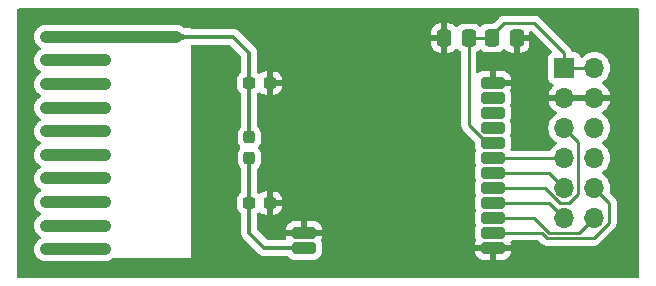
<source format=gbr>
%TF.GenerationSoftware,KiCad,Pcbnew,7.0.1*%
%TF.CreationDate,2023-03-26T17:15:59+02:00*%
%TF.ProjectId,AS4432_868_PMOD,41533434-3332-45f3-9836-385f504d4f44,rev?*%
%TF.SameCoordinates,Original*%
%TF.FileFunction,Copper,L1,Top*%
%TF.FilePolarity,Positive*%
%FSLAX46Y46*%
G04 Gerber Fmt 4.6, Leading zero omitted, Abs format (unit mm)*
G04 Created by KiCad (PCBNEW 7.0.1) date 2023-03-26 17:15:59*
%MOMM*%
%LPD*%
G01*
G04 APERTURE LIST*
G04 Aperture macros list*
%AMRoundRect*
0 Rectangle with rounded corners*
0 $1 Rounding radius*
0 $2 $3 $4 $5 $6 $7 $8 $9 X,Y pos of 4 corners*
0 Add a 4 corners polygon primitive as box body*
4,1,4,$2,$3,$4,$5,$6,$7,$8,$9,$2,$3,0*
0 Add four circle primitives for the rounded corners*
1,1,$1+$1,$2,$3*
1,1,$1+$1,$4,$5*
1,1,$1+$1,$6,$7*
1,1,$1+$1,$8,$9*
0 Add four rect primitives between the rounded corners*
20,1,$1+$1,$2,$3,$4,$5,0*
20,1,$1+$1,$4,$5,$6,$7,0*
20,1,$1+$1,$6,$7,$8,$9,0*
20,1,$1+$1,$8,$9,$2,$3,0*%
%AMOutline4P*
0 Free polygon, 4 corners , with rotation*
0 The origin of the aperture is its center*
0 number of corners: always 4*
0 $1 to $8 corner X, Y*
0 $9 Rotation angle, in degrees counterclockwise*
0 create outline with 4 corners*
4,1,4,$1,$2,$3,$4,$5,$6,$7,$8,$1,$2,$9*%
G04 Aperture macros list end*
%TA.AperFunction,EtchedComponent*%
%ADD10C,1.000000*%
%TD*%
%TA.AperFunction,ComponentPad*%
%ADD11R,1.700000X1.700000*%
%TD*%
%TA.AperFunction,ComponentPad*%
%ADD12O,1.700000X1.700000*%
%TD*%
%TA.AperFunction,SMDPad,CuDef*%
%ADD13RoundRect,0.250000X0.750000X0.250000X-0.750000X0.250000X-0.750000X-0.250000X0.750000X-0.250000X0*%
%TD*%
%TA.AperFunction,SMDPad,CuDef*%
%ADD14RoundRect,0.237500X-0.300000X-0.237500X0.300000X-0.237500X0.300000X0.237500X-0.300000X0.237500X0*%
%TD*%
%TA.AperFunction,SMDPad,CuDef*%
%ADD15RoundRect,0.250000X0.337500X0.475000X-0.337500X0.475000X-0.337500X-0.475000X0.337500X-0.475000X0*%
%TD*%
%TA.AperFunction,SMDPad,CuDef*%
%ADD16RoundRect,0.237500X0.237500X-0.287500X0.237500X0.287500X-0.237500X0.287500X-0.237500X-0.287500X0*%
%TD*%
%TA.AperFunction,ComponentPad*%
%ADD17C,1.000000*%
%TD*%
%TA.AperFunction,SMDPad,CuDef*%
%ADD18Outline4P,-0.350000X-0.400000X0.350000X-0.400000X0.050000X0.400000X-0.050000X0.400000X270.000000*%
%TD*%
%TA.AperFunction,SMDPad,CuDef*%
%ADD19RoundRect,0.250000X-0.337500X-0.475000X0.337500X-0.475000X0.337500X0.475000X-0.337500X0.475000X0*%
%TD*%
%TA.AperFunction,Conductor*%
%ADD20C,0.250000*%
%TD*%
%TA.AperFunction,Conductor*%
%ADD21C,0.350000*%
%TD*%
G04 APERTURE END LIST*
D10*
%TO.C,AE1*%
X105960000Y-58530000D02*
X110960000Y-58530000D01*
X105960000Y-56530000D02*
X110960000Y-56530000D01*
X105960000Y-54530000D02*
X110960000Y-54530000D01*
X105960000Y-52530000D02*
X110960000Y-52530000D01*
X105960000Y-50530000D02*
X110960000Y-50530000D01*
X105960000Y-48530000D02*
X110960000Y-48530000D01*
X105960000Y-46530000D02*
X110960000Y-46530000D01*
X105960000Y-44530000D02*
X110960000Y-44530000D01*
X105960000Y-42530000D02*
X110960000Y-42530000D01*
X116960000Y-40530000D02*
X105960000Y-40530000D01*
%TD*%
D11*
%TO.P,J1,1,Pin_1*%
%TO.N,VCC*%
X149860000Y-43180000D03*
D12*
%TO.P,J1,2,Pin_2*%
X152400000Y-43180000D03*
%TO.P,J1,3,Pin_3*%
%TO.N,GND*%
X149860000Y-45720000D03*
%TO.P,J1,4,Pin_4*%
X152400000Y-45720000D03*
%TO.P,J1,5,Pin_5*%
%TO.N,SCK*%
X149860000Y-48260000D03*
%TO.P,J1,6,Pin_6*%
%TO.N,unconnected-(J1-Pin_6-Pad6)*%
X152400000Y-48260000D03*
%TO.P,J1,7,Pin_7*%
%TO.N,MISO*%
X149860000Y-50800000D03*
%TO.P,J1,8,Pin_8*%
%TO.N,unconnected-(J1-Pin_8-Pad8)*%
X152400000Y-50800000D03*
%TO.P,J1,9,Pin_9*%
%TO.N,MOSI*%
X149860000Y-53340000D03*
%TO.P,J1,10,Pin_10*%
%TO.N,nRESET*%
X152400000Y-53340000D03*
%TO.P,J1,11,Pin_11*%
%TO.N,nCS*%
X149860000Y-55880000D03*
%TO.P,J1,12,Pin_12*%
%TO.N,IRQ*%
X152400000Y-55880000D03*
%TD*%
D13*
%TO.P,U1,1,GND*%
%TO.N,GND*%
X143826500Y-44450000D03*
%TO.P,U1,2,DIO0*%
%TO.N,unconnected-(U1-DIO0-Pad2)*%
X143826500Y-45720000D03*
%TO.P,U1,3,DIO1*%
%TO.N,unconnected-(U1-DIO1-Pad3)*%
X143826500Y-46990000D03*
%TO.P,U1,4,DIO2*%
%TO.N,unconnected-(U1-DIO2-Pad4)*%
X143826500Y-48260000D03*
%TO.P,U1,5,3.3V*%
%TO.N,VCC*%
X143826500Y-49530000D03*
%TO.P,U1,6,MISO*%
%TO.N,MISO*%
X143826500Y-50800000D03*
%TO.P,U1,7,MOSI*%
%TO.N,MOSI*%
X143826500Y-52070000D03*
%TO.P,U1,8,SCK*%
%TO.N,SCK*%
X143826500Y-53340000D03*
%TO.P,U1,9,NSS*%
%TO.N,nCS*%
X143826500Y-54610000D03*
%TO.P,U1,10,IRQ*%
%TO.N,IRQ*%
X143826500Y-55880000D03*
%TO.P,U1,11,SDN*%
%TO.N,nRESET*%
X143826500Y-57150000D03*
%TO.P,U1,12,GND*%
%TO.N,GND*%
X143826500Y-58420000D03*
%TO.P,U1,13,ANT*%
%TO.N,Net-(U1-ANT)*%
X127826500Y-58420000D03*
%TO.P,U1,14,GND*%
%TO.N,GND*%
X127826500Y-57150000D03*
%TD*%
D14*
%TO.P,M1,1*%
%TO.N,Net-(U1-ANT)*%
X123190000Y-54610000D03*
%TO.P,M1,2*%
%TO.N,GND*%
X124915000Y-54610000D03*
%TD*%
D15*
%TO.P,C1,1*%
%TO.N,VCC*%
X141775000Y-40640000D03*
%TO.P,C1,2*%
%TO.N,GND*%
X139700000Y-40640000D03*
%TD*%
D16*
%TO.P,M2,1*%
%TO.N,Net-(U1-ANT)*%
X123190000Y-50800000D03*
%TO.P,M2,2*%
%TO.N,Net-(AE1-A)*%
X123190000Y-49050000D03*
%TD*%
D14*
%TO.P,M3,1*%
%TO.N,Net-(AE1-A)*%
X123190000Y-44450000D03*
%TO.P,M3,2*%
%TO.N,GND*%
X124915000Y-44450000D03*
%TD*%
D17*
%TO.P,AE1,*%
%TO.N,*%
X105960000Y-58530000D03*
X110960000Y-58530000D03*
X105960000Y-56530000D03*
X110960000Y-56530000D03*
X105960000Y-54530000D03*
X110960000Y-54530000D03*
X105960000Y-52530000D03*
X110960000Y-52530000D03*
X105960000Y-50530000D03*
X110960000Y-50530000D03*
X105960000Y-48530000D03*
X110960000Y-48530000D03*
X105960000Y-46530000D03*
X110960000Y-46530000D03*
X105960000Y-44530000D03*
X110960000Y-44530000D03*
X105960000Y-42530000D03*
X110960000Y-42530000D03*
X105960000Y-40530000D03*
D18*
%TO.P,AE1,1,A*%
%TO.N,Net-(AE1-A)*%
X117660000Y-40530000D03*
%TD*%
D19*
%TO.P,C2,1*%
%TO.N,VCC*%
X143742500Y-40640000D03*
%TO.P,C2,2*%
%TO.N,GND*%
X145817500Y-40640000D03*
%TD*%
D20*
%TO.N,nRESET*%
X143826500Y-57150000D02*
X147953604Y-57150000D01*
X152341701Y-57600000D02*
X153230850Y-56710850D01*
X152791701Y-57150000D02*
X153670000Y-56271701D01*
X153670000Y-54610000D02*
X152400000Y-53340000D01*
X153670000Y-56271701D02*
X153670000Y-54610000D01*
X147953604Y-57150000D02*
X148403604Y-57600000D01*
X148403604Y-57600000D02*
X152341701Y-57600000D01*
%TO.N,nCS*%
X148590000Y-54610000D02*
X143826500Y-54610000D01*
X149860000Y-55880000D02*
X148590000Y-54610000D01*
%TO.N,SCK*%
X149468299Y-54610000D02*
X150251701Y-54610000D01*
X150251701Y-54610000D02*
X151035000Y-53826701D01*
X151035000Y-53826701D02*
X151035000Y-49435000D01*
X143826500Y-53340000D02*
X148198299Y-53340000D01*
X151035000Y-49435000D02*
X149860000Y-48260000D01*
X148198299Y-53340000D02*
X149468299Y-54610000D01*
%TO.N,MOSI*%
X143826500Y-52070000D02*
X148590000Y-52070000D01*
X148590000Y-52070000D02*
X149860000Y-53340000D01*
%TO.N,MISO*%
X143826500Y-50800000D02*
X149860000Y-50800000D01*
%TO.N,VCC*%
X143283327Y-49530000D02*
X141775000Y-48021673D01*
X143742500Y-40407500D02*
X144780000Y-39370000D01*
X141775000Y-40640000D02*
X143742500Y-40640000D01*
X141775000Y-48021673D02*
X141775000Y-40640000D01*
X147320000Y-39370000D02*
X149860000Y-41910000D01*
X149860000Y-43180000D02*
X152400000Y-43180000D01*
X144780000Y-39370000D02*
X147320000Y-39370000D01*
X143742500Y-40640000D02*
X143742500Y-40407500D01*
X143826500Y-49530000D02*
X143283327Y-49530000D01*
X149860000Y-41910000D02*
X149860000Y-43180000D01*
D21*
%TO.N,Net-(AE1-A)*%
X123190000Y-49050000D02*
X123190000Y-44450000D01*
X117000000Y-40530000D02*
X121810000Y-40530000D01*
X123190000Y-41910000D02*
X123190000Y-44450000D01*
X121810000Y-40530000D02*
X123190000Y-41910000D01*
%TO.N,Net-(U1-ANT)*%
X127826500Y-58420000D02*
X124460000Y-58420000D01*
X123190000Y-54610000D02*
X123190000Y-50800000D01*
X124460000Y-58420000D02*
X123190000Y-57150000D01*
X123190000Y-57150000D02*
X123190000Y-54610000D01*
D20*
%TO.N,IRQ*%
X147320000Y-55880000D02*
X143826500Y-55880000D01*
X152400000Y-55880000D02*
X151130000Y-57150000D01*
X148590000Y-57150000D02*
X147320000Y-55880000D01*
X151130000Y-57150000D02*
X148590000Y-57150000D01*
%TD*%
%TA.AperFunction,Conductor*%
%TO.N,GND*%
G36*
X156121500Y-38142381D02*
G01*
X156167619Y-38188500D01*
X156184500Y-38251500D01*
X156184500Y-60808500D01*
X156167619Y-60871500D01*
X156121500Y-60917619D01*
X156058500Y-60934500D01*
X103656500Y-60934500D01*
X103593500Y-60917619D01*
X103547381Y-60871500D01*
X103530500Y-60808500D01*
X103530500Y-58529999D01*
X104954658Y-58529999D01*
X104956085Y-58544487D01*
X104956529Y-58563208D01*
X104955630Y-58580934D01*
X104966443Y-58651519D01*
X104967289Y-58658247D01*
X104973975Y-58726133D01*
X104979240Y-58743489D01*
X104983211Y-58760975D01*
X104986444Y-58782071D01*
X105010006Y-58845693D01*
X105012423Y-58852875D01*
X105031186Y-58914728D01*
X105041423Y-58933880D01*
X105048455Y-58949509D01*
X105057114Y-58972887D01*
X105057115Y-58972889D01*
X105057116Y-58972891D01*
X105091110Y-59027432D01*
X105095301Y-59034681D01*
X105124088Y-59088536D01*
X105140136Y-59108090D01*
X105149666Y-59121374D01*
X105164748Y-59145571D01*
X105206571Y-59189568D01*
X105212647Y-59196445D01*
X105242022Y-59232238D01*
X105249117Y-59240883D01*
X105270702Y-59258598D01*
X105271441Y-59259204D01*
X105282831Y-59269794D01*
X105304938Y-59293051D01*
X105304941Y-59293053D01*
X105351843Y-59325698D01*
X105359774Y-59331698D01*
X105384074Y-59351640D01*
X105401464Y-59365912D01*
X105430092Y-59381214D01*
X105442677Y-59388920D01*
X105471948Y-59409294D01*
X105521169Y-59430416D01*
X105530872Y-59435081D01*
X105575273Y-59458814D01*
X105609763Y-59469275D01*
X105622870Y-59474059D01*
X105658942Y-59489540D01*
X105707904Y-59499601D01*
X105719103Y-59502444D01*
X105763868Y-59516024D01*
X105803312Y-59519908D01*
X105816300Y-59521877D01*
X105858259Y-59530500D01*
X105904660Y-59530500D01*
X105917011Y-59531107D01*
X105960000Y-59535341D01*
X106002989Y-59531107D01*
X106015340Y-59530500D01*
X110904660Y-59530500D01*
X110917011Y-59531107D01*
X110960000Y-59535341D01*
X111002989Y-59531107D01*
X111006445Y-59530937D01*
X111010742Y-59530500D01*
X111059663Y-59525525D01*
X111156132Y-59516024D01*
X111156132Y-59516023D01*
X111160904Y-59515554D01*
X111162431Y-59515074D01*
X111162438Y-59515074D01*
X111254626Y-59486148D01*
X111255384Y-59485914D01*
X111344727Y-59458814D01*
X111344730Y-59458811D01*
X111350846Y-59456957D01*
X111353712Y-59455754D01*
X111356582Y-59454160D01*
X111356588Y-59454159D01*
X111437847Y-59409056D01*
X111439447Y-59408184D01*
X111518538Y-59365910D01*
X111518540Y-59365908D01*
X111521113Y-59364533D01*
X111534362Y-59355527D01*
X111534494Y-59355412D01*
X111534502Y-59355409D01*
X111602313Y-59297193D01*
X111604297Y-59295527D01*
X111649296Y-59258598D01*
X111686782Y-59237365D01*
X111729228Y-59230000D01*
X118260000Y-59230000D01*
X118260000Y-41331500D01*
X118276881Y-41268500D01*
X118323000Y-41222381D01*
X118386000Y-41205500D01*
X121478009Y-41205500D01*
X121526227Y-41215091D01*
X121567104Y-41242405D01*
X122477595Y-42152896D01*
X122504909Y-42193773D01*
X122514500Y-42241991D01*
X122514500Y-43506693D01*
X122498524Y-43568099D01*
X122454648Y-43613932D01*
X122438750Y-43623739D01*
X122429150Y-43629660D01*
X122307160Y-43751649D01*
X122216590Y-43898486D01*
X122162326Y-44062243D01*
X122159221Y-44092641D01*
X122152051Y-44162829D01*
X122152000Y-44163327D01*
X122152000Y-44736672D01*
X122162326Y-44837756D01*
X122216590Y-45001513D01*
X122259728Y-45071451D01*
X122307160Y-45148350D01*
X122429150Y-45270340D01*
X122454648Y-45286067D01*
X122498524Y-45331901D01*
X122514500Y-45393307D01*
X122514500Y-48104619D01*
X122504909Y-48152837D01*
X122477595Y-48193714D01*
X122369662Y-48301646D01*
X122279090Y-48448486D01*
X122224826Y-48612243D01*
X122214500Y-48713327D01*
X122214500Y-49386672D01*
X122224826Y-49487756D01*
X122279090Y-49651513D01*
X122369662Y-49798353D01*
X122407214Y-49835905D01*
X122439826Y-49892389D01*
X122439826Y-49957611D01*
X122407214Y-50014095D01*
X122369662Y-50051646D01*
X122279090Y-50198486D01*
X122224826Y-50362243D01*
X122221255Y-50397203D01*
X122215291Y-50455588D01*
X122214500Y-50463327D01*
X122214500Y-51136672D01*
X122224826Y-51237756D01*
X122279090Y-51401513D01*
X122369662Y-51548353D01*
X122477595Y-51656286D01*
X122504909Y-51697163D01*
X122514500Y-51745381D01*
X122514500Y-53666693D01*
X122498524Y-53728099D01*
X122454648Y-53773932D01*
X122438750Y-53783739D01*
X122429150Y-53789660D01*
X122307160Y-53911649D01*
X122216590Y-54058486D01*
X122162326Y-54222243D01*
X122158799Y-54256767D01*
X122152051Y-54322829D01*
X122152000Y-54323327D01*
X122152000Y-54896672D01*
X122162326Y-54997756D01*
X122216590Y-55161513D01*
X122268423Y-55245548D01*
X122307160Y-55308350D01*
X122429150Y-55430340D01*
X122454648Y-55446067D01*
X122498524Y-55491901D01*
X122514500Y-55553307D01*
X122514500Y-57125794D01*
X122514270Y-57133402D01*
X122510780Y-57191085D01*
X122521197Y-57247928D01*
X122522342Y-57255450D01*
X122529311Y-57312844D01*
X122532571Y-57321439D01*
X122538692Y-57343397D01*
X122540349Y-57352438D01*
X122564072Y-57405151D01*
X122566983Y-57412178D01*
X122587481Y-57466225D01*
X122592700Y-57473786D01*
X122603898Y-57493640D01*
X122607673Y-57502028D01*
X122625859Y-57525239D01*
X122643330Y-57547539D01*
X122647830Y-57553655D01*
X122680665Y-57601226D01*
X122680667Y-57601228D01*
X122680668Y-57601229D01*
X122723946Y-57639570D01*
X122729470Y-57644771D01*
X123965228Y-58880530D01*
X123970445Y-58886071D01*
X124008771Y-58929332D01*
X124056329Y-58962159D01*
X124062459Y-58966669D01*
X124107972Y-59002326D01*
X124116353Y-59006098D01*
X124136214Y-59017300D01*
X124143774Y-59022518D01*
X124197838Y-59043022D01*
X124204852Y-59045928D01*
X124257561Y-59069650D01*
X124266595Y-59071306D01*
X124288563Y-59077429D01*
X124297155Y-59080688D01*
X124354587Y-59087661D01*
X124362030Y-59088794D01*
X124418915Y-59099219D01*
X124418915Y-59099218D01*
X124418916Y-59099219D01*
X124476598Y-59095730D01*
X124484206Y-59095500D01*
X126388441Y-59095500D01*
X126436659Y-59105091D01*
X126477536Y-59132404D01*
X126483787Y-59138655D01*
X126483788Y-59138656D01*
X126607844Y-59262712D01*
X126719699Y-59331704D01*
X126757168Y-59354815D01*
X126923698Y-59409998D01*
X126923700Y-59409998D01*
X126923703Y-59409999D01*
X127026491Y-59420500D01*
X128626508Y-59420499D01*
X128729297Y-59409999D01*
X128895834Y-59354814D01*
X129045156Y-59262712D01*
X129169212Y-59138656D01*
X129261314Y-58989334D01*
X129266764Y-58972887D01*
X129316498Y-58822801D01*
X129316498Y-58822799D01*
X129316499Y-58822797D01*
X129327000Y-58720009D01*
X129327000Y-58674000D01*
X142318500Y-58674000D01*
X142318500Y-58720503D01*
X142329106Y-58824328D01*
X142384840Y-58992522D01*
X142477867Y-59143342D01*
X142603157Y-59268632D01*
X142753977Y-59361659D01*
X142922171Y-59417393D01*
X143025997Y-59428000D01*
X143572500Y-59428000D01*
X143572500Y-58674000D01*
X144080500Y-58674000D01*
X144080500Y-59428000D01*
X144627003Y-59428000D01*
X144730828Y-59417393D01*
X144899022Y-59361659D01*
X145049842Y-59268632D01*
X145175132Y-59143342D01*
X145268159Y-58992522D01*
X145323893Y-58824328D01*
X145334500Y-58720503D01*
X145334500Y-58674000D01*
X144080500Y-58674000D01*
X143572500Y-58674000D01*
X142318500Y-58674000D01*
X129327000Y-58674000D01*
X129326999Y-58119992D01*
X129316499Y-58017203D01*
X129315991Y-58015671D01*
X129256682Y-57836687D01*
X129259613Y-57835715D01*
X129247257Y-57792141D01*
X129266017Y-57725994D01*
X129268159Y-57722520D01*
X129323893Y-57554328D01*
X129334500Y-57450503D01*
X129334500Y-57404000D01*
X126318500Y-57404000D01*
X126318500Y-57450503D01*
X126329106Y-57554325D01*
X126337239Y-57578868D01*
X126342167Y-57637668D01*
X126319785Y-57692264D01*
X126275000Y-57730684D01*
X126217634Y-57744500D01*
X124791993Y-57744500D01*
X124743775Y-57734909D01*
X124702898Y-57707596D01*
X123902405Y-56907104D01*
X123894985Y-56896000D01*
X126318500Y-56896000D01*
X127572500Y-56896000D01*
X127572500Y-56142000D01*
X128080500Y-56142000D01*
X128080500Y-56896000D01*
X129334500Y-56896000D01*
X129334500Y-56849497D01*
X129323893Y-56745671D01*
X129268159Y-56577477D01*
X129175132Y-56426657D01*
X129049842Y-56301367D01*
X128899022Y-56208340D01*
X128730828Y-56152606D01*
X128627003Y-56142000D01*
X128080500Y-56142000D01*
X127572500Y-56142000D01*
X127025997Y-56142000D01*
X126922171Y-56152606D01*
X126753977Y-56208340D01*
X126603157Y-56301367D01*
X126477867Y-56426657D01*
X126384840Y-56577477D01*
X126329106Y-56745671D01*
X126318500Y-56849497D01*
X126318500Y-56896000D01*
X123894985Y-56896000D01*
X123875091Y-56866226D01*
X123865500Y-56818008D01*
X123865500Y-55553307D01*
X123881476Y-55491901D01*
X123925351Y-55446067D01*
X123950850Y-55430340D01*
X123958102Y-55423087D01*
X124014583Y-55390477D01*
X124079806Y-55390476D01*
X124136291Y-55423088D01*
X124149463Y-55436260D01*
X124297795Y-55527753D01*
X124463216Y-55582568D01*
X124565329Y-55593000D01*
X124661000Y-55593000D01*
X124661000Y-54864000D01*
X125169000Y-54864000D01*
X125169000Y-55593000D01*
X125264671Y-55593000D01*
X125366783Y-55582568D01*
X125532204Y-55527753D01*
X125680536Y-55436260D01*
X125803760Y-55313036D01*
X125895253Y-55164704D01*
X125950068Y-54999283D01*
X125960500Y-54897171D01*
X125960500Y-54864000D01*
X125169000Y-54864000D01*
X124661000Y-54864000D01*
X124661000Y-53627000D01*
X125169000Y-53627000D01*
X125169000Y-54356000D01*
X125960500Y-54356000D01*
X125960500Y-54322829D01*
X125950068Y-54220716D01*
X125895253Y-54055295D01*
X125803760Y-53906963D01*
X125680536Y-53783739D01*
X125532204Y-53692246D01*
X125366783Y-53637431D01*
X125264671Y-53627000D01*
X125169000Y-53627000D01*
X124661000Y-53627000D01*
X124565329Y-53627000D01*
X124463216Y-53637431D01*
X124297795Y-53692246D01*
X124149465Y-53783738D01*
X124136290Y-53796913D01*
X124079805Y-53829523D01*
X124014584Y-53829522D01*
X123958101Y-53796911D01*
X123950852Y-53789662D01*
X123950850Y-53789660D01*
X123925351Y-53773932D01*
X123881476Y-53728099D01*
X123865500Y-53666693D01*
X123865500Y-51745381D01*
X123875091Y-51697163D01*
X123902405Y-51656286D01*
X124010337Y-51548353D01*
X124010336Y-51548353D01*
X124010340Y-51548350D01*
X124100908Y-51401516D01*
X124155174Y-51237753D01*
X124165500Y-51136677D01*
X124165499Y-50463324D01*
X124155174Y-50362247D01*
X124152615Y-50354523D01*
X124100909Y-50198486D01*
X124100908Y-50198484D01*
X124010340Y-50051650D01*
X124010338Y-50051648D01*
X124010337Y-50051646D01*
X123972786Y-50014095D01*
X123940174Y-49957611D01*
X123940174Y-49892389D01*
X123972786Y-49835905D01*
X124010337Y-49798353D01*
X124010336Y-49798353D01*
X124010340Y-49798350D01*
X124100908Y-49651516D01*
X124155174Y-49487753D01*
X124165500Y-49386677D01*
X124165499Y-48713324D01*
X124155174Y-48612247D01*
X124137864Y-48560009D01*
X124100909Y-48448486D01*
X124088987Y-48429157D01*
X124010340Y-48301650D01*
X124010338Y-48301648D01*
X124010337Y-48301646D01*
X123902405Y-48193714D01*
X123875091Y-48152837D01*
X123865500Y-48104619D01*
X123865500Y-45393307D01*
X123881476Y-45331901D01*
X123925351Y-45286067D01*
X123950850Y-45270340D01*
X123958102Y-45263087D01*
X124014583Y-45230477D01*
X124079806Y-45230476D01*
X124136291Y-45263088D01*
X124149463Y-45276260D01*
X124297795Y-45367753D01*
X124463216Y-45422568D01*
X124565329Y-45433000D01*
X124661000Y-45433000D01*
X124661000Y-44704000D01*
X125169000Y-44704000D01*
X125169000Y-45433000D01*
X125264671Y-45433000D01*
X125366783Y-45422568D01*
X125532204Y-45367753D01*
X125680536Y-45276260D01*
X125803760Y-45153036D01*
X125895253Y-45004704D01*
X125950068Y-44839283D01*
X125960500Y-44737171D01*
X125960500Y-44704000D01*
X125169000Y-44704000D01*
X124661000Y-44704000D01*
X124661000Y-43467000D01*
X125169000Y-43467000D01*
X125169000Y-44196000D01*
X125960500Y-44196000D01*
X125960500Y-44162829D01*
X125950068Y-44060716D01*
X125895253Y-43895295D01*
X125803760Y-43746963D01*
X125680536Y-43623739D01*
X125532204Y-43532246D01*
X125366783Y-43477431D01*
X125264671Y-43467000D01*
X125169000Y-43467000D01*
X124661000Y-43467000D01*
X124565329Y-43467000D01*
X124463216Y-43477431D01*
X124297795Y-43532246D01*
X124149465Y-43623738D01*
X124136290Y-43636913D01*
X124079805Y-43669523D01*
X124014584Y-43669522D01*
X123958101Y-43636911D01*
X123950852Y-43629662D01*
X123950852Y-43629661D01*
X123950850Y-43629660D01*
X123925351Y-43613932D01*
X123881476Y-43568099D01*
X123865500Y-43506693D01*
X123865500Y-41934206D01*
X123865730Y-41926598D01*
X123869219Y-41868916D01*
X123868024Y-41862393D01*
X123858794Y-41812030D01*
X123857661Y-41804587D01*
X123850688Y-41747155D01*
X123847429Y-41738563D01*
X123841306Y-41716595D01*
X123839650Y-41707561D01*
X123815928Y-41654852D01*
X123813022Y-41647838D01*
X123792518Y-41593774D01*
X123787293Y-41586204D01*
X123776099Y-41566356D01*
X123772326Y-41557972D01*
X123772325Y-41557971D01*
X123772324Y-41557968D01*
X123736678Y-41512471D01*
X123732165Y-41506338D01*
X123699332Y-41458771D01*
X123656062Y-41420437D01*
X123650520Y-41415219D01*
X123129301Y-40894000D01*
X138604500Y-40894000D01*
X138604500Y-41165503D01*
X138615106Y-41269328D01*
X138670840Y-41437522D01*
X138763867Y-41588342D01*
X138889157Y-41713632D01*
X139039977Y-41806659D01*
X139208171Y-41862393D01*
X139311997Y-41873000D01*
X139446000Y-41873000D01*
X139954000Y-41873000D01*
X140088003Y-41873000D01*
X140191828Y-41862393D01*
X140360022Y-41806659D01*
X140510842Y-41713632D01*
X140646549Y-41577926D01*
X140647274Y-41578651D01*
X140680498Y-41546845D01*
X140741907Y-41530868D01*
X140803315Y-41546846D01*
X140832668Y-41574947D01*
X140834374Y-41573242D01*
X140844788Y-41583655D01*
X140844788Y-41583656D01*
X140968844Y-41707712D01*
X141089648Y-41782224D01*
X141133524Y-41828058D01*
X141149500Y-41889464D01*
X141149500Y-47938708D01*
X141147230Y-47959265D01*
X141149438Y-48029514D01*
X141149500Y-48033472D01*
X141149500Y-48061021D01*
X141149991Y-48064910D01*
X141150921Y-48076733D01*
X141152290Y-48120299D01*
X141157835Y-48139384D01*
X141161843Y-48158741D01*
X141164334Y-48178463D01*
X141180377Y-48218982D01*
X141184221Y-48230209D01*
X141196382Y-48272064D01*
X141206499Y-48289172D01*
X141215194Y-48306919D01*
X141222514Y-48325405D01*
X141248129Y-48360662D01*
X141254645Y-48370581D01*
X141276831Y-48408095D01*
X141290879Y-48422143D01*
X141303719Y-48437176D01*
X141315403Y-48453258D01*
X141348981Y-48481035D01*
X141357763Y-48489026D01*
X142289096Y-49420360D01*
X142316409Y-49461237D01*
X142326000Y-49509455D01*
X142326000Y-49830004D01*
X142336501Y-49932800D01*
X142396318Y-50113313D01*
X142395561Y-50113563D01*
X142410148Y-50164996D01*
X142395562Y-50216437D01*
X142396318Y-50216688D01*
X142391686Y-50230665D01*
X142391686Y-50230666D01*
X142336501Y-50397203D01*
X142330537Y-50455588D01*
X142326000Y-50499995D01*
X142326000Y-51100004D01*
X142336501Y-51202800D01*
X142396318Y-51383313D01*
X142395561Y-51383563D01*
X142410148Y-51434996D01*
X142395562Y-51486437D01*
X142396318Y-51486688D01*
X142391686Y-51500665D01*
X142391686Y-51500666D01*
X142336501Y-51667203D01*
X142326556Y-51764555D01*
X142326000Y-51769995D01*
X142326000Y-52370004D01*
X142336501Y-52472800D01*
X142396318Y-52653313D01*
X142395561Y-52653563D01*
X142410148Y-52704994D01*
X142395562Y-52756436D01*
X142396318Y-52756687D01*
X142336501Y-52937198D01*
X142336066Y-52941458D01*
X142326543Y-53034681D01*
X142326000Y-53039995D01*
X142326000Y-53640004D01*
X142336501Y-53742800D01*
X142396318Y-53923313D01*
X142395562Y-53923563D01*
X142410148Y-53975000D01*
X142395562Y-54026436D01*
X142396318Y-54026687D01*
X142336501Y-54207198D01*
X142335120Y-54220716D01*
X142326381Y-54306268D01*
X142326000Y-54309995D01*
X142326000Y-54910004D01*
X142336501Y-55012800D01*
X142396318Y-55193313D01*
X142395561Y-55193563D01*
X142410148Y-55244996D01*
X142395562Y-55296437D01*
X142396318Y-55296688D01*
X142391686Y-55310665D01*
X142391686Y-55310666D01*
X142336501Y-55477203D01*
X142329583Y-55544926D01*
X142326000Y-55579995D01*
X142326000Y-56180004D01*
X142336501Y-56282800D01*
X142396318Y-56463313D01*
X142395561Y-56463563D01*
X142410148Y-56514996D01*
X142395562Y-56566437D01*
X142396318Y-56566688D01*
X142391686Y-56580665D01*
X142391686Y-56580666D01*
X142336501Y-56747203D01*
X142326051Y-56849497D01*
X142326000Y-56849995D01*
X142326000Y-57450004D01*
X142336501Y-57552800D01*
X142396318Y-57733313D01*
X142393387Y-57734284D01*
X142405742Y-57777856D01*
X142386988Y-57843994D01*
X142384843Y-57847472D01*
X142329106Y-58015671D01*
X142318500Y-58119497D01*
X142318500Y-58166000D01*
X145334500Y-58166000D01*
X145334500Y-58119497D01*
X145323893Y-58015672D01*
X145299193Y-57941133D01*
X145294263Y-57882333D01*
X145316646Y-57827736D01*
X145361431Y-57789317D01*
X145418797Y-57775500D01*
X147642324Y-57775500D01*
X147690542Y-57785091D01*
X147731419Y-57812405D01*
X147902640Y-57983626D01*
X147915575Y-57999772D01*
X147966810Y-58047884D01*
X147969621Y-58050608D01*
X147989132Y-58070119D01*
X147989133Y-58070120D01*
X147992232Y-58072524D01*
X148001254Y-58080230D01*
X148033022Y-58110062D01*
X148050437Y-58119636D01*
X148066964Y-58130492D01*
X148082668Y-58142673D01*
X148122661Y-58159979D01*
X148133312Y-58165196D01*
X148171512Y-58186197D01*
X148190776Y-58191143D01*
X148209457Y-58197539D01*
X148227708Y-58205437D01*
X148270759Y-58212255D01*
X148282351Y-58214655D01*
X148324585Y-58225500D01*
X148344460Y-58225500D01*
X148364170Y-58227050D01*
X148383800Y-58230160D01*
X148427183Y-58226058D01*
X148439041Y-58225500D01*
X152258737Y-58225500D01*
X152279294Y-58227769D01*
X152282366Y-58227672D01*
X152282369Y-58227673D01*
X152349543Y-58225561D01*
X152353501Y-58225500D01*
X152381047Y-58225500D01*
X152381051Y-58225500D01*
X152384942Y-58225008D01*
X152396769Y-58224077D01*
X152440329Y-58222709D01*
X152459423Y-58217161D01*
X152478771Y-58213154D01*
X152498493Y-58210664D01*
X152539022Y-58194616D01*
X152550238Y-58190776D01*
X152592091Y-58178618D01*
X152609202Y-58168497D01*
X152626947Y-58159803D01*
X152645433Y-58152486D01*
X152680700Y-58126862D01*
X152690601Y-58120358D01*
X152728122Y-58098170D01*
X152742181Y-58084110D01*
X152757210Y-58071274D01*
X152773288Y-58059594D01*
X152801077Y-58026001D01*
X152809035Y-58017255D01*
X153640761Y-57185530D01*
X154053636Y-56772654D01*
X154069768Y-56759732D01*
X154071874Y-56757488D01*
X154071877Y-56757487D01*
X154117903Y-56708473D01*
X154120593Y-56705697D01*
X154140120Y-56686172D01*
X154142532Y-56683061D01*
X154150219Y-56674061D01*
X154180062Y-56642283D01*
X154189638Y-56624861D01*
X154200496Y-56608334D01*
X154212673Y-56592637D01*
X154229979Y-56552641D01*
X154235195Y-56541993D01*
X154256197Y-56503793D01*
X154261139Y-56484542D01*
X154267545Y-56465834D01*
X154275437Y-56447597D01*
X154278753Y-56426657D01*
X154282255Y-56404544D01*
X154284653Y-56392961D01*
X154295500Y-56350720D01*
X154295500Y-56330845D01*
X154297051Y-56311134D01*
X154300160Y-56291505D01*
X154296058Y-56248121D01*
X154295500Y-56236264D01*
X154295500Y-54692961D01*
X154297768Y-54672408D01*
X154297671Y-54669334D01*
X154297672Y-54669332D01*
X154295562Y-54602176D01*
X154295500Y-54598219D01*
X154295500Y-54570651D01*
X154295010Y-54566774D01*
X154294077Y-54554930D01*
X154292709Y-54511373D01*
X154287162Y-54492283D01*
X154283154Y-54472928D01*
X154280664Y-54453208D01*
X154264614Y-54412671D01*
X154260780Y-54401473D01*
X154248618Y-54359610D01*
X154246790Y-54356520D01*
X154238501Y-54342504D01*
X154229800Y-54324743D01*
X154222486Y-54306268D01*
X154196871Y-54271012D01*
X154190353Y-54261089D01*
X154168171Y-54223580D01*
X154165307Y-54220716D01*
X154154111Y-54209520D01*
X154141275Y-54194491D01*
X154129594Y-54178413D01*
X154096014Y-54150633D01*
X154087235Y-54142644D01*
X153741054Y-53796463D01*
X153708442Y-53739979D01*
X153708442Y-53674760D01*
X153735063Y-53575408D01*
X153755659Y-53340000D01*
X153735063Y-53104592D01*
X153673903Y-52876337D01*
X153574035Y-52662171D01*
X153438495Y-52468599D01*
X153438494Y-52468598D01*
X153438492Y-52468595D01*
X153271404Y-52301507D01*
X153088181Y-52173213D01*
X153048689Y-52128180D01*
X153034452Y-52070000D01*
X153048689Y-52011820D01*
X153088181Y-51966787D01*
X153174528Y-51906326D01*
X153271401Y-51838495D01*
X153438495Y-51671401D01*
X153574035Y-51477830D01*
X153673903Y-51263663D01*
X153735063Y-51035408D01*
X153755659Y-50800000D01*
X153735063Y-50564592D01*
X153673903Y-50336337D01*
X153574035Y-50122171D01*
X153438495Y-49928599D01*
X153438494Y-49928598D01*
X153438492Y-49928595D01*
X153271404Y-49761507D01*
X153190119Y-49704591D01*
X153088180Y-49633212D01*
X153048689Y-49588180D01*
X153034452Y-49530000D01*
X153048689Y-49471820D01*
X153088181Y-49426787D01*
X153271401Y-49298495D01*
X153438495Y-49131401D01*
X153574035Y-48937830D01*
X153673903Y-48723663D01*
X153735063Y-48495408D01*
X153755659Y-48260000D01*
X153735063Y-48024592D01*
X153673903Y-47796337D01*
X153574035Y-47582171D01*
X153438495Y-47388599D01*
X153438494Y-47388598D01*
X153438492Y-47388595D01*
X153271404Y-47221507D01*
X153092882Y-47096504D01*
X153051765Y-47048239D01*
X153039361Y-46986060D01*
X153058809Y-46925712D01*
X153105185Y-46882477D01*
X153145298Y-46860769D01*
X153322903Y-46722533D01*
X153475321Y-46556962D01*
X153598419Y-46368548D01*
X153688822Y-46162451D01*
X153736544Y-45974000D01*
X148523455Y-45974000D01*
X148571177Y-46162451D01*
X148661580Y-46368548D01*
X148784678Y-46556962D01*
X148937096Y-46722533D01*
X149114701Y-46860769D01*
X149154815Y-46882477D01*
X149201191Y-46925712D01*
X149220639Y-46986060D01*
X149208235Y-47048239D01*
X149167118Y-47096504D01*
X148988595Y-47221507D01*
X148821507Y-47388595D01*
X148685965Y-47582170D01*
X148586096Y-47796337D01*
X148524937Y-48024590D01*
X148511370Y-48179660D01*
X148504341Y-48260000D01*
X148506893Y-48289172D01*
X148524937Y-48495409D01*
X148586096Y-48723663D01*
X148685965Y-48937830D01*
X148821507Y-49131404D01*
X148988595Y-49298492D01*
X148988598Y-49298494D01*
X148988599Y-49298495D01*
X149171819Y-49426787D01*
X149211311Y-49471820D01*
X149225548Y-49530000D01*
X149211311Y-49588180D01*
X149171819Y-49633213D01*
X148988595Y-49761507D01*
X148821507Y-49928595D01*
X148686945Y-50120771D01*
X148641912Y-50160263D01*
X148583732Y-50174500D01*
X145410896Y-50174500D01*
X145353530Y-50160683D01*
X145308745Y-50122264D01*
X145286362Y-50067667D01*
X145291292Y-50008867D01*
X145316498Y-49932800D01*
X145316497Y-49932800D01*
X145316499Y-49932797D01*
X145327000Y-49830009D01*
X145326999Y-49229992D01*
X145316499Y-49127203D01*
X145314567Y-49121374D01*
X145256682Y-48946687D01*
X145257438Y-48946436D01*
X145242851Y-48894998D01*
X145257439Y-48843564D01*
X145256682Y-48843314D01*
X145316498Y-48662801D01*
X145316498Y-48662799D01*
X145316499Y-48662797D01*
X145327000Y-48560009D01*
X145326999Y-47959992D01*
X145316499Y-47857203D01*
X145293556Y-47787967D01*
X145256682Y-47676687D01*
X145257438Y-47676436D01*
X145242851Y-47624994D01*
X145257438Y-47573563D01*
X145256682Y-47573313D01*
X145316498Y-47392801D01*
X145316498Y-47392799D01*
X145316499Y-47392797D01*
X145327000Y-47290009D01*
X145326999Y-46689992D01*
X145316499Y-46587203D01*
X145314422Y-46580936D01*
X145256682Y-46406687D01*
X145257438Y-46406436D01*
X145242851Y-46355000D01*
X145257438Y-46303563D01*
X145256682Y-46303313D01*
X145316498Y-46122801D01*
X145316498Y-46122799D01*
X145316499Y-46122797D01*
X145327000Y-46020009D01*
X145326999Y-45419992D01*
X145316499Y-45317203D01*
X145308496Y-45293053D01*
X145256682Y-45136687D01*
X145259613Y-45135715D01*
X145247257Y-45092141D01*
X145266017Y-45025994D01*
X145268159Y-45022520D01*
X145323893Y-44854328D01*
X145334500Y-44750503D01*
X145334500Y-44704000D01*
X143698500Y-44704000D01*
X143635500Y-44687119D01*
X143589381Y-44641000D01*
X143572500Y-44578000D01*
X143572500Y-43442000D01*
X144080500Y-43442000D01*
X144080500Y-44196000D01*
X145334500Y-44196000D01*
X145334500Y-44149497D01*
X145323893Y-44045671D01*
X145268159Y-43877477D01*
X145175132Y-43726657D01*
X145049842Y-43601367D01*
X144899022Y-43508340D01*
X144730828Y-43452606D01*
X144627003Y-43442000D01*
X144080500Y-43442000D01*
X143572500Y-43442000D01*
X143025997Y-43442000D01*
X142922171Y-43452606D01*
X142753975Y-43508341D01*
X142592646Y-43607850D01*
X142529248Y-43626579D01*
X142465093Y-43610633D01*
X142417842Y-43564401D01*
X142400500Y-43500609D01*
X142400500Y-41889464D01*
X142416476Y-41828058D01*
X142460351Y-41782224D01*
X142581156Y-41707712D01*
X142669655Y-41619213D01*
X142726139Y-41586601D01*
X142791361Y-41586601D01*
X142847845Y-41619213D01*
X142936344Y-41707712D01*
X143072445Y-41791659D01*
X143085668Y-41799815D01*
X143252198Y-41854998D01*
X143252200Y-41854998D01*
X143252203Y-41854999D01*
X143354991Y-41865500D01*
X144130008Y-41865499D01*
X144232797Y-41854999D01*
X144399334Y-41799814D01*
X144548656Y-41707712D01*
X144672712Y-41583656D01*
X144672712Y-41583655D01*
X144683126Y-41573242D01*
X144684832Y-41574948D01*
X144714171Y-41546853D01*
X144775579Y-41530868D01*
X144836991Y-41546840D01*
X144870225Y-41578651D01*
X144870951Y-41577926D01*
X145006657Y-41713632D01*
X145157477Y-41806659D01*
X145325671Y-41862393D01*
X145429497Y-41873000D01*
X145563500Y-41873000D01*
X145563500Y-40894000D01*
X146071500Y-40894000D01*
X146071500Y-41873000D01*
X146205503Y-41873000D01*
X146309328Y-41862393D01*
X146477522Y-41806659D01*
X146628342Y-41713632D01*
X146753632Y-41588342D01*
X146846659Y-41437522D01*
X146902393Y-41269328D01*
X146913000Y-41165503D01*
X146913000Y-40894000D01*
X146071500Y-40894000D01*
X145563500Y-40894000D01*
X145563500Y-40512000D01*
X145580381Y-40449000D01*
X145626500Y-40402881D01*
X145689500Y-40386000D01*
X146913000Y-40386000D01*
X146913000Y-40151780D01*
X146926733Y-40094577D01*
X146964939Y-40049844D01*
X147019289Y-40027331D01*
X147077936Y-40031947D01*
X147128095Y-40062685D01*
X148770042Y-41704633D01*
X148804067Y-41766944D01*
X148799003Y-41837760D01*
X148756457Y-41894595D01*
X148652454Y-41972452D01*
X148566204Y-42087668D01*
X148515909Y-42222517D01*
X148509500Y-42282127D01*
X148509500Y-44077874D01*
X148515908Y-44137481D01*
X148566204Y-44272331D01*
X148652453Y-44387546D01*
X148738702Y-44452112D01*
X148767669Y-44473796D01*
X148885164Y-44517618D01*
X148935497Y-44552181D01*
X148963671Y-44606351D01*
X148963070Y-44667407D01*
X148933833Y-44721011D01*
X148784676Y-44883040D01*
X148661580Y-45071451D01*
X148571177Y-45277548D01*
X148523455Y-45465999D01*
X148523456Y-45466000D01*
X153736544Y-45466000D01*
X153736544Y-45465999D01*
X153688822Y-45277548D01*
X153598419Y-45071451D01*
X153475321Y-44883037D01*
X153322903Y-44717466D01*
X153145302Y-44579233D01*
X153105183Y-44557522D01*
X153058808Y-44514285D01*
X153039361Y-44453938D01*
X153051766Y-44391759D01*
X153092881Y-44343496D01*
X153271401Y-44218495D01*
X153438495Y-44051401D01*
X153574035Y-43857830D01*
X153673903Y-43643663D01*
X153735063Y-43415408D01*
X153755659Y-43180000D01*
X153735063Y-42944592D01*
X153673903Y-42716337D01*
X153574035Y-42502171D01*
X153438495Y-42308599D01*
X153438494Y-42308598D01*
X153438492Y-42308595D01*
X153271404Y-42141507D01*
X153077830Y-42005965D01*
X152863663Y-41906096D01*
X152635409Y-41844937D01*
X152458966Y-41829500D01*
X152400000Y-41824341D01*
X152399999Y-41824341D01*
X152164590Y-41844937D01*
X151936337Y-41906096D01*
X151722170Y-42005965D01*
X151528598Y-42141505D01*
X151408873Y-42261230D01*
X151355276Y-42293030D01*
X151292994Y-42295254D01*
X151237265Y-42267358D01*
X151201722Y-42216166D01*
X151193370Y-42193773D01*
X151153796Y-42087669D01*
X151132112Y-42058703D01*
X151067546Y-41972453D01*
X150952331Y-41886204D01*
X150905979Y-41868916D01*
X150817483Y-41835909D01*
X150757873Y-41829500D01*
X150757872Y-41829500D01*
X150586500Y-41829500D01*
X150537674Y-41819655D01*
X150496477Y-41791659D01*
X150469349Y-41749886D01*
X150456168Y-41716595D01*
X150454617Y-41712678D01*
X150450773Y-41701451D01*
X150449030Y-41695451D01*
X150438617Y-41659610D01*
X150428498Y-41642499D01*
X150419804Y-41624753D01*
X150412486Y-41606268D01*
X150412485Y-41606265D01*
X150386873Y-41571014D01*
X150380356Y-41561092D01*
X150358172Y-41523582D01*
X150358171Y-41523581D01*
X150358170Y-41523579D01*
X150344111Y-41509520D01*
X150331275Y-41494491D01*
X150319593Y-41478412D01*
X150286014Y-41450633D01*
X150277235Y-41442644D01*
X147820960Y-38986369D01*
X147808029Y-38970229D01*
X147756775Y-38922097D01*
X147753934Y-38919343D01*
X147734471Y-38899880D01*
X147731371Y-38897475D01*
X147722353Y-38889773D01*
X147718217Y-38885889D01*
X147690582Y-38859938D01*
X147687788Y-38858402D01*
X147673157Y-38850358D01*
X147656633Y-38839503D01*
X147640934Y-38827325D01*
X147600931Y-38810014D01*
X147590285Y-38804799D01*
X147552092Y-38783803D01*
X147552089Y-38783802D01*
X147532846Y-38778861D01*
X147514144Y-38772458D01*
X147495896Y-38764561D01*
X147452855Y-38757744D01*
X147441236Y-38755338D01*
X147399021Y-38744500D01*
X147399019Y-38744500D01*
X147379144Y-38744500D01*
X147359435Y-38742949D01*
X147339804Y-38739840D01*
X147339803Y-38739840D01*
X147296421Y-38743941D01*
X147284563Y-38744500D01*
X144862965Y-38744500D01*
X144842406Y-38742230D01*
X144772145Y-38744438D01*
X144768188Y-38744500D01*
X144740647Y-38744500D01*
X144736756Y-38744991D01*
X144724942Y-38745920D01*
X144681372Y-38747289D01*
X144662277Y-38752837D01*
X144642922Y-38756845D01*
X144623210Y-38759335D01*
X144613083Y-38763344D01*
X144582676Y-38775382D01*
X144571461Y-38779222D01*
X144529609Y-38791381D01*
X144512495Y-38801502D01*
X144494753Y-38810194D01*
X144476267Y-38817514D01*
X144441014Y-38843126D01*
X144431099Y-38849639D01*
X144393580Y-38871829D01*
X144379519Y-38885889D01*
X144364494Y-38898721D01*
X144348412Y-38910405D01*
X144320630Y-38943988D01*
X144312642Y-38952766D01*
X143887813Y-39377595D01*
X143846936Y-39404909D01*
X143798718Y-39414500D01*
X143354995Y-39414500D01*
X143252199Y-39425001D01*
X143085668Y-39480184D01*
X142997599Y-39534506D01*
X142936344Y-39572288D01*
X142936343Y-39572289D01*
X142847845Y-39660787D01*
X142791361Y-39693398D01*
X142726139Y-39693398D01*
X142669655Y-39660787D01*
X142659573Y-39650705D01*
X142581156Y-39572288D01*
X142431834Y-39480186D01*
X142431831Y-39480184D01*
X142265301Y-39425001D01*
X142219613Y-39420333D01*
X142162509Y-39414500D01*
X142162504Y-39414500D01*
X141387495Y-39414500D01*
X141284699Y-39425001D01*
X141118168Y-39480184D01*
X141014745Y-39543976D01*
X140971810Y-39570459D01*
X140968841Y-39572290D01*
X140834374Y-39706758D01*
X140832668Y-39705052D01*
X140803309Y-39733157D01*
X140741904Y-39749131D01*
X140680500Y-39733155D01*
X140647274Y-39701348D01*
X140646549Y-39702074D01*
X140510842Y-39566367D01*
X140360022Y-39473340D01*
X140191828Y-39417606D01*
X140088003Y-39407000D01*
X139954000Y-39407000D01*
X139954000Y-41873000D01*
X139446000Y-41873000D01*
X139446000Y-40894000D01*
X138604500Y-40894000D01*
X123129301Y-40894000D01*
X122621301Y-40386000D01*
X138604500Y-40386000D01*
X139446000Y-40386000D01*
X139446000Y-39407000D01*
X139311997Y-39407000D01*
X139208171Y-39417606D01*
X139039977Y-39473340D01*
X138889157Y-39566367D01*
X138763867Y-39691657D01*
X138670840Y-39842477D01*
X138615106Y-40010671D01*
X138604500Y-40114497D01*
X138604500Y-40386000D01*
X122621301Y-40386000D01*
X122304771Y-40069470D01*
X122299570Y-40063946D01*
X122261229Y-40020668D01*
X122261228Y-40020667D01*
X122261226Y-40020665D01*
X122213655Y-39987830D01*
X122207539Y-39983330D01*
X122186277Y-39966672D01*
X122162028Y-39947673D01*
X122153640Y-39943898D01*
X122133786Y-39932700D01*
X122126225Y-39927481D01*
X122072178Y-39906983D01*
X122065151Y-39904072D01*
X122012438Y-39880349D01*
X122003397Y-39878692D01*
X121981439Y-39872571D01*
X121972844Y-39869311D01*
X121915450Y-39862342D01*
X121907928Y-39861197D01*
X121851085Y-39850780D01*
X121793402Y-39854270D01*
X121785794Y-39854500D01*
X118336691Y-39854500D01*
X118288473Y-39844909D01*
X118266161Y-39830000D01*
X118260000Y-39830000D01*
X117774938Y-39830000D01*
X117730696Y-39821977D01*
X117659415Y-39795246D01*
X117626251Y-39773293D01*
X117625575Y-39774266D01*
X117448051Y-39650705D01*
X117261056Y-39570459D01*
X117061741Y-39529500D01*
X106015340Y-39529500D01*
X106002989Y-39528893D01*
X105959999Y-39524658D01*
X105917011Y-39528893D01*
X105913557Y-39529062D01*
X105860393Y-39534467D01*
X105860003Y-39534506D01*
X105759087Y-39544447D01*
X105665512Y-39573805D01*
X105664372Y-39574157D01*
X105569198Y-39603029D01*
X105566247Y-39604267D01*
X105482212Y-39650909D01*
X105480463Y-39651861D01*
X105398913Y-39695451D01*
X105385619Y-39704486D01*
X105317735Y-39762762D01*
X105315599Y-39764555D01*
X105249115Y-39819118D01*
X105248990Y-39819271D01*
X105233681Y-39834922D01*
X105231107Y-39837131D01*
X105178637Y-39904914D01*
X105176401Y-39907718D01*
X105124090Y-39971460D01*
X105122305Y-39974800D01*
X105110828Y-39992517D01*
X105106553Y-39998039D01*
X105070379Y-40071784D01*
X105068379Y-40075687D01*
X105031185Y-40145274D01*
X105029045Y-40152328D01*
X105021600Y-40171228D01*
X105016940Y-40180729D01*
X104997251Y-40256767D01*
X104995849Y-40261755D01*
X104973976Y-40333864D01*
X104972901Y-40344781D01*
X104969488Y-40363998D01*
X104965936Y-40377716D01*
X104962138Y-40452604D01*
X104961693Y-40458568D01*
X104954658Y-40529999D01*
X104956085Y-40544487D01*
X104956529Y-40563208D01*
X104955630Y-40580934D01*
X104966443Y-40651519D01*
X104967289Y-40658247D01*
X104973975Y-40726133D01*
X104979240Y-40743489D01*
X104983211Y-40760975D01*
X104986444Y-40782071D01*
X105010006Y-40845693D01*
X105012423Y-40852875D01*
X105031186Y-40914728D01*
X105041423Y-40933880D01*
X105048455Y-40949509D01*
X105057114Y-40972887D01*
X105057115Y-40972889D01*
X105057116Y-40972891D01*
X105091110Y-41027432D01*
X105095301Y-41034681D01*
X105124088Y-41088536D01*
X105140136Y-41108090D01*
X105149663Y-41121370D01*
X105164748Y-41145571D01*
X105183225Y-41165009D01*
X105206571Y-41189568D01*
X105212647Y-41196445D01*
X105249116Y-41240882D01*
X105271441Y-41259204D01*
X105282831Y-41269794D01*
X105304938Y-41293051D01*
X105304941Y-41293053D01*
X105351843Y-41325698D01*
X105359774Y-41331698D01*
X105384074Y-41351640D01*
X105401464Y-41365912D01*
X105430092Y-41381214D01*
X105442677Y-41388920D01*
X105471949Y-41409294D01*
X105471950Y-41409294D01*
X105471951Y-41409295D01*
X105487184Y-41415832D01*
X105540911Y-41459641D01*
X105563333Y-41525239D01*
X105547663Y-41592768D01*
X105498644Y-41641788D01*
X105482215Y-41650907D01*
X105480463Y-41651861D01*
X105398913Y-41695451D01*
X105385619Y-41704486D01*
X105317735Y-41762762D01*
X105315599Y-41764555D01*
X105249115Y-41819118D01*
X105248990Y-41819271D01*
X105233681Y-41834922D01*
X105231107Y-41837131D01*
X105178637Y-41904914D01*
X105176401Y-41907718D01*
X105124090Y-41971460D01*
X105122305Y-41974800D01*
X105110828Y-41992517D01*
X105106553Y-41998039D01*
X105070379Y-42071784D01*
X105068379Y-42075687D01*
X105031185Y-42145274D01*
X105029045Y-42152328D01*
X105021600Y-42171228D01*
X105016940Y-42180729D01*
X104997251Y-42256767D01*
X104995849Y-42261755D01*
X104973976Y-42333864D01*
X104972901Y-42344781D01*
X104969488Y-42363998D01*
X104965936Y-42377716D01*
X104962138Y-42452604D01*
X104961693Y-42458568D01*
X104954658Y-42529999D01*
X104956085Y-42544487D01*
X104956529Y-42563208D01*
X104955630Y-42580934D01*
X104966443Y-42651519D01*
X104967289Y-42658247D01*
X104973975Y-42726133D01*
X104979240Y-42743489D01*
X104983211Y-42760975D01*
X104986444Y-42782071D01*
X105010006Y-42845693D01*
X105012423Y-42852875D01*
X105031186Y-42914728D01*
X105041423Y-42933880D01*
X105048455Y-42949509D01*
X105057114Y-42972887D01*
X105057115Y-42972889D01*
X105057116Y-42972891D01*
X105091110Y-43027432D01*
X105095301Y-43034681D01*
X105124088Y-43088536D01*
X105140136Y-43108090D01*
X105149666Y-43121374D01*
X105164748Y-43145571D01*
X105206571Y-43189568D01*
X105212647Y-43196445D01*
X105249116Y-43240882D01*
X105271441Y-43259204D01*
X105282831Y-43269794D01*
X105304938Y-43293051D01*
X105304941Y-43293053D01*
X105351843Y-43325698D01*
X105359774Y-43331698D01*
X105384074Y-43351640D01*
X105401464Y-43365912D01*
X105430092Y-43381214D01*
X105442677Y-43388920D01*
X105471949Y-43409294D01*
X105487184Y-43415832D01*
X105540911Y-43459641D01*
X105563333Y-43525239D01*
X105547663Y-43592768D01*
X105498644Y-43641788D01*
X105482215Y-43650907D01*
X105480463Y-43651861D01*
X105398913Y-43695451D01*
X105385619Y-43704486D01*
X105317735Y-43762762D01*
X105315599Y-43764555D01*
X105249115Y-43819118D01*
X105248990Y-43819271D01*
X105233681Y-43834922D01*
X105231107Y-43837131D01*
X105178637Y-43904914D01*
X105176401Y-43907718D01*
X105124090Y-43971460D01*
X105122305Y-43974800D01*
X105110828Y-43992517D01*
X105106553Y-43998039D01*
X105070379Y-44071784D01*
X105068379Y-44075687D01*
X105031185Y-44145274D01*
X105029045Y-44152328D01*
X105021600Y-44171228D01*
X105016940Y-44180729D01*
X104997251Y-44256767D01*
X104995849Y-44261755D01*
X104973976Y-44333864D01*
X104972901Y-44344781D01*
X104969488Y-44363998D01*
X104965936Y-44377716D01*
X104962138Y-44452604D01*
X104961693Y-44458568D01*
X104954658Y-44529999D01*
X104956085Y-44544487D01*
X104956529Y-44563208D01*
X104955630Y-44580934D01*
X104966443Y-44651519D01*
X104967289Y-44658247D01*
X104973975Y-44726133D01*
X104979240Y-44743489D01*
X104983211Y-44760975D01*
X104986444Y-44782071D01*
X105010006Y-44845693D01*
X105012423Y-44852875D01*
X105031186Y-44914728D01*
X105041423Y-44933880D01*
X105048455Y-44949509D01*
X105057114Y-44972887D01*
X105057115Y-44972889D01*
X105057116Y-44972891D01*
X105091110Y-45027432D01*
X105095301Y-45034681D01*
X105124088Y-45088536D01*
X105140136Y-45108090D01*
X105149663Y-45121370D01*
X105164748Y-45145571D01*
X105206571Y-45189568D01*
X105212647Y-45196445D01*
X105249116Y-45240882D01*
X105271441Y-45259204D01*
X105282831Y-45269794D01*
X105304938Y-45293051D01*
X105304941Y-45293053D01*
X105351843Y-45325698D01*
X105359774Y-45331698D01*
X105384074Y-45351640D01*
X105401464Y-45365912D01*
X105430092Y-45381214D01*
X105442677Y-45388920D01*
X105471949Y-45409294D01*
X105487184Y-45415832D01*
X105540911Y-45459641D01*
X105563333Y-45525239D01*
X105547663Y-45592768D01*
X105498644Y-45641788D01*
X105482215Y-45650907D01*
X105480463Y-45651861D01*
X105398913Y-45695451D01*
X105385619Y-45704486D01*
X105317735Y-45762762D01*
X105315599Y-45764555D01*
X105249115Y-45819118D01*
X105248990Y-45819271D01*
X105233681Y-45834922D01*
X105231107Y-45837131D01*
X105178637Y-45904914D01*
X105176401Y-45907718D01*
X105124090Y-45971460D01*
X105122305Y-45974800D01*
X105110828Y-45992517D01*
X105106553Y-45998039D01*
X105070379Y-46071784D01*
X105068379Y-46075687D01*
X105031185Y-46145274D01*
X105029045Y-46152328D01*
X105021600Y-46171228D01*
X105016940Y-46180729D01*
X104997251Y-46256767D01*
X104995849Y-46261755D01*
X104973976Y-46333864D01*
X104972901Y-46344781D01*
X104969488Y-46363998D01*
X104965936Y-46377716D01*
X104962138Y-46452604D01*
X104961693Y-46458568D01*
X104954658Y-46529999D01*
X104956085Y-46544487D01*
X104956529Y-46563208D01*
X104955630Y-46580934D01*
X104966443Y-46651519D01*
X104967289Y-46658247D01*
X104973975Y-46726133D01*
X104979240Y-46743489D01*
X104983211Y-46760975D01*
X104986444Y-46782071D01*
X105010006Y-46845693D01*
X105012423Y-46852875D01*
X105031186Y-46914728D01*
X105041423Y-46933880D01*
X105048455Y-46949509D01*
X105057114Y-46972887D01*
X105057115Y-46972889D01*
X105057116Y-46972891D01*
X105091110Y-47027432D01*
X105095301Y-47034681D01*
X105124088Y-47088536D01*
X105140136Y-47108090D01*
X105149666Y-47121374D01*
X105164748Y-47145571D01*
X105206571Y-47189568D01*
X105212647Y-47196445D01*
X105249116Y-47240882D01*
X105271441Y-47259204D01*
X105282831Y-47269794D01*
X105304938Y-47293051D01*
X105304941Y-47293053D01*
X105351843Y-47325698D01*
X105359774Y-47331698D01*
X105384074Y-47351640D01*
X105401464Y-47365912D01*
X105430092Y-47381214D01*
X105442677Y-47388920D01*
X105471949Y-47409294D01*
X105487184Y-47415832D01*
X105540911Y-47459641D01*
X105563333Y-47525239D01*
X105547663Y-47592768D01*
X105498644Y-47641788D01*
X105482215Y-47650907D01*
X105480463Y-47651861D01*
X105398913Y-47695451D01*
X105385619Y-47704486D01*
X105317735Y-47762762D01*
X105315599Y-47764555D01*
X105249115Y-47819118D01*
X105248990Y-47819271D01*
X105233681Y-47834922D01*
X105231107Y-47837131D01*
X105178637Y-47904914D01*
X105176401Y-47907718D01*
X105124090Y-47971460D01*
X105122305Y-47974800D01*
X105110828Y-47992517D01*
X105106553Y-47998039D01*
X105070379Y-48071784D01*
X105068379Y-48075687D01*
X105031185Y-48145274D01*
X105029045Y-48152328D01*
X105021600Y-48171228D01*
X105016940Y-48180729D01*
X104997251Y-48256767D01*
X104995849Y-48261755D01*
X104973976Y-48333864D01*
X104972901Y-48344781D01*
X104969488Y-48363998D01*
X104965936Y-48377716D01*
X104962138Y-48452604D01*
X104961693Y-48458568D01*
X104954658Y-48529999D01*
X104956085Y-48544487D01*
X104956529Y-48563208D01*
X104955630Y-48580934D01*
X104966443Y-48651519D01*
X104967289Y-48658247D01*
X104973975Y-48726133D01*
X104979240Y-48743489D01*
X104983211Y-48760975D01*
X104986444Y-48782071D01*
X105010006Y-48845693D01*
X105012423Y-48852875D01*
X105031186Y-48914728D01*
X105041423Y-48933880D01*
X105048455Y-48949509D01*
X105057114Y-48972887D01*
X105057115Y-48972889D01*
X105057116Y-48972891D01*
X105091110Y-49027432D01*
X105095301Y-49034681D01*
X105124088Y-49088536D01*
X105140136Y-49108090D01*
X105149663Y-49121370D01*
X105153299Y-49127203D01*
X105164748Y-49145571D01*
X105206571Y-49189568D01*
X105212647Y-49196445D01*
X105249116Y-49240882D01*
X105271441Y-49259204D01*
X105282831Y-49269794D01*
X105304938Y-49293051D01*
X105304941Y-49293053D01*
X105351843Y-49325698D01*
X105359774Y-49331698D01*
X105384074Y-49351640D01*
X105401464Y-49365912D01*
X105430092Y-49381214D01*
X105442677Y-49388920D01*
X105471949Y-49409294D01*
X105487184Y-49415832D01*
X105540911Y-49459641D01*
X105563333Y-49525239D01*
X105547663Y-49592768D01*
X105498644Y-49641788D01*
X105482215Y-49650907D01*
X105480463Y-49651861D01*
X105398913Y-49695451D01*
X105385619Y-49704486D01*
X105317735Y-49762762D01*
X105315599Y-49764555D01*
X105249115Y-49819118D01*
X105248990Y-49819271D01*
X105233681Y-49834922D01*
X105231107Y-49837131D01*
X105178637Y-49904914D01*
X105176401Y-49907718D01*
X105124090Y-49971460D01*
X105122305Y-49974800D01*
X105110828Y-49992517D01*
X105106553Y-49998039D01*
X105070379Y-50071784D01*
X105068379Y-50075687D01*
X105031185Y-50145274D01*
X105029045Y-50152328D01*
X105021600Y-50171228D01*
X105016940Y-50180729D01*
X104997251Y-50256767D01*
X104995849Y-50261755D01*
X104973976Y-50333864D01*
X104972901Y-50344781D01*
X104969488Y-50363998D01*
X104965936Y-50377716D01*
X104962138Y-50452604D01*
X104961693Y-50458568D01*
X104954658Y-50529999D01*
X104956085Y-50544487D01*
X104956529Y-50563208D01*
X104955630Y-50580934D01*
X104966443Y-50651519D01*
X104967289Y-50658247D01*
X104973975Y-50726133D01*
X104979240Y-50743489D01*
X104983211Y-50760975D01*
X104986444Y-50782071D01*
X105010006Y-50845693D01*
X105012423Y-50852875D01*
X105031186Y-50914728D01*
X105041423Y-50933880D01*
X105048455Y-50949509D01*
X105057114Y-50972887D01*
X105057115Y-50972889D01*
X105057116Y-50972891D01*
X105091110Y-51027432D01*
X105095301Y-51034681D01*
X105124088Y-51088536D01*
X105140136Y-51108090D01*
X105149666Y-51121374D01*
X105164748Y-51145571D01*
X105206571Y-51189568D01*
X105212647Y-51196445D01*
X105249116Y-51240882D01*
X105271441Y-51259204D01*
X105282831Y-51269794D01*
X105304938Y-51293051D01*
X105304941Y-51293053D01*
X105351843Y-51325698D01*
X105359774Y-51331698D01*
X105384074Y-51351640D01*
X105401464Y-51365912D01*
X105430092Y-51381214D01*
X105442677Y-51388920D01*
X105471949Y-51409294D01*
X105487184Y-51415832D01*
X105540911Y-51459641D01*
X105563333Y-51525239D01*
X105547663Y-51592768D01*
X105498644Y-51641788D01*
X105482215Y-51650907D01*
X105480463Y-51651861D01*
X105398913Y-51695451D01*
X105385619Y-51704486D01*
X105317735Y-51762762D01*
X105315599Y-51764555D01*
X105249115Y-51819118D01*
X105248990Y-51819271D01*
X105233681Y-51834922D01*
X105231107Y-51837131D01*
X105178637Y-51904914D01*
X105176401Y-51907718D01*
X105124090Y-51971460D01*
X105122305Y-51974800D01*
X105110828Y-51992517D01*
X105106553Y-51998039D01*
X105070379Y-52071784D01*
X105068379Y-52075687D01*
X105031185Y-52145274D01*
X105029045Y-52152328D01*
X105021600Y-52171228D01*
X105016940Y-52180729D01*
X104997251Y-52256767D01*
X104995849Y-52261755D01*
X104973976Y-52333864D01*
X104972901Y-52344781D01*
X104969488Y-52363998D01*
X104965936Y-52377716D01*
X104962138Y-52452604D01*
X104961693Y-52458568D01*
X104954658Y-52529999D01*
X104956085Y-52544487D01*
X104956529Y-52563208D01*
X104955630Y-52580934D01*
X104966443Y-52651519D01*
X104967289Y-52658247D01*
X104973975Y-52726133D01*
X104979240Y-52743489D01*
X104983211Y-52760975D01*
X104986444Y-52782071D01*
X105010006Y-52845693D01*
X105012423Y-52852875D01*
X105031186Y-52914728D01*
X105041423Y-52933880D01*
X105048455Y-52949509D01*
X105057114Y-52972887D01*
X105057115Y-52972889D01*
X105057116Y-52972891D01*
X105091110Y-53027432D01*
X105095301Y-53034681D01*
X105124088Y-53088536D01*
X105124090Y-53088538D01*
X105137263Y-53104590D01*
X105140136Y-53108090D01*
X105149666Y-53121374D01*
X105164748Y-53145571D01*
X105206571Y-53189568D01*
X105212647Y-53196445D01*
X105249116Y-53240882D01*
X105271441Y-53259204D01*
X105282831Y-53269794D01*
X105304938Y-53293051D01*
X105304941Y-53293053D01*
X105351843Y-53325698D01*
X105359774Y-53331698D01*
X105384074Y-53351640D01*
X105401464Y-53365912D01*
X105430092Y-53381214D01*
X105442677Y-53388920D01*
X105471949Y-53409294D01*
X105487184Y-53415832D01*
X105540911Y-53459641D01*
X105563333Y-53525239D01*
X105547663Y-53592768D01*
X105498644Y-53641788D01*
X105482215Y-53650907D01*
X105480463Y-53651861D01*
X105398913Y-53695451D01*
X105385619Y-53704486D01*
X105317735Y-53762762D01*
X105315599Y-53764555D01*
X105249115Y-53819118D01*
X105248990Y-53819271D01*
X105233681Y-53834922D01*
X105231107Y-53837131D01*
X105178637Y-53904914D01*
X105176401Y-53907718D01*
X105124090Y-53971460D01*
X105122305Y-53974800D01*
X105110828Y-53992517D01*
X105106553Y-53998039D01*
X105070379Y-54071784D01*
X105068379Y-54075687D01*
X105031185Y-54145274D01*
X105029045Y-54152328D01*
X105021600Y-54171228D01*
X105016940Y-54180729D01*
X104997251Y-54256767D01*
X104995849Y-54261755D01*
X104973976Y-54333864D01*
X104972901Y-54344781D01*
X104969488Y-54363998D01*
X104965936Y-54377716D01*
X104962138Y-54452604D01*
X104961693Y-54458568D01*
X104954658Y-54529999D01*
X104956085Y-54544487D01*
X104956529Y-54563208D01*
X104955630Y-54580934D01*
X104966443Y-54651519D01*
X104967289Y-54658247D01*
X104973975Y-54726133D01*
X104979240Y-54743489D01*
X104983211Y-54760975D01*
X104986444Y-54782071D01*
X105010006Y-54845693D01*
X105012423Y-54852875D01*
X105031186Y-54914728D01*
X105041423Y-54933880D01*
X105048455Y-54949509D01*
X105057114Y-54972887D01*
X105057115Y-54972889D01*
X105057116Y-54972891D01*
X105091110Y-55027432D01*
X105095301Y-55034681D01*
X105124088Y-55088536D01*
X105140136Y-55108090D01*
X105149663Y-55121370D01*
X105164748Y-55145571D01*
X105182935Y-55164704D01*
X105206571Y-55189568D01*
X105212647Y-55196445D01*
X105241261Y-55231311D01*
X105249117Y-55240883D01*
X105259732Y-55249595D01*
X105271441Y-55259204D01*
X105282831Y-55269794D01*
X105304938Y-55293051D01*
X105308804Y-55295741D01*
X105351843Y-55325698D01*
X105359774Y-55331698D01*
X105384074Y-55351640D01*
X105401464Y-55365912D01*
X105430092Y-55381214D01*
X105442677Y-55388920D01*
X105471949Y-55409294D01*
X105471950Y-55409294D01*
X105471951Y-55409295D01*
X105487184Y-55415832D01*
X105540911Y-55459641D01*
X105563333Y-55525239D01*
X105547663Y-55592768D01*
X105498644Y-55641788D01*
X105482215Y-55650907D01*
X105480463Y-55651861D01*
X105398913Y-55695451D01*
X105385619Y-55704486D01*
X105317735Y-55762762D01*
X105315599Y-55764555D01*
X105249115Y-55819118D01*
X105248990Y-55819271D01*
X105233681Y-55834922D01*
X105231107Y-55837131D01*
X105178637Y-55904914D01*
X105176401Y-55907718D01*
X105124090Y-55971460D01*
X105122305Y-55974800D01*
X105110828Y-55992517D01*
X105106553Y-55998039D01*
X105070379Y-56071784D01*
X105068379Y-56075687D01*
X105031185Y-56145274D01*
X105029045Y-56152328D01*
X105021600Y-56171228D01*
X105016940Y-56180729D01*
X104997251Y-56256767D01*
X104995849Y-56261755D01*
X104973976Y-56333864D01*
X104972901Y-56344781D01*
X104969488Y-56363998D01*
X104965936Y-56377716D01*
X104962138Y-56452604D01*
X104961693Y-56458568D01*
X104954658Y-56529999D01*
X104956085Y-56544487D01*
X104956529Y-56563208D01*
X104955630Y-56580934D01*
X104966443Y-56651519D01*
X104967289Y-56658247D01*
X104973975Y-56726133D01*
X104979240Y-56743489D01*
X104983211Y-56760975D01*
X104986444Y-56782071D01*
X105010006Y-56845693D01*
X105012423Y-56852875D01*
X105031186Y-56914728D01*
X105041423Y-56933880D01*
X105048455Y-56949509D01*
X105057114Y-56972887D01*
X105057115Y-56972889D01*
X105057116Y-56972891D01*
X105091110Y-57027432D01*
X105095301Y-57034681D01*
X105124088Y-57088536D01*
X105140136Y-57108090D01*
X105149663Y-57121370D01*
X105164748Y-57145571D01*
X105202732Y-57185530D01*
X105206571Y-57189568D01*
X105212647Y-57196445D01*
X105249116Y-57240882D01*
X105249117Y-57240883D01*
X105266866Y-57255450D01*
X105271441Y-57259204D01*
X105282831Y-57269794D01*
X105304938Y-57293051D01*
X105304941Y-57293053D01*
X105351843Y-57325698D01*
X105359774Y-57331698D01*
X105374030Y-57343397D01*
X105401464Y-57365912D01*
X105430092Y-57381214D01*
X105442677Y-57388920D01*
X105471949Y-57409294D01*
X105487184Y-57415832D01*
X105540911Y-57459641D01*
X105563333Y-57525239D01*
X105547663Y-57592768D01*
X105498644Y-57641788D01*
X105482215Y-57650907D01*
X105480463Y-57651861D01*
X105398913Y-57695451D01*
X105385619Y-57704486D01*
X105317735Y-57762762D01*
X105315599Y-57764555D01*
X105249115Y-57819118D01*
X105248990Y-57819271D01*
X105233681Y-57834922D01*
X105231107Y-57837131D01*
X105178637Y-57904914D01*
X105176401Y-57907718D01*
X105124090Y-57971460D01*
X105122305Y-57974800D01*
X105110828Y-57992517D01*
X105106553Y-57998039D01*
X105070379Y-58071784D01*
X105068379Y-58075687D01*
X105031185Y-58145274D01*
X105029045Y-58152328D01*
X105021600Y-58171228D01*
X105016940Y-58180729D01*
X104997251Y-58256767D01*
X104995849Y-58261755D01*
X104973976Y-58333864D01*
X104972901Y-58344781D01*
X104969488Y-58363998D01*
X104965936Y-58377716D01*
X104962138Y-58452604D01*
X104961693Y-58458568D01*
X104954658Y-58529999D01*
X103530500Y-58529999D01*
X103530500Y-38251500D01*
X103547381Y-38188500D01*
X103593500Y-38142381D01*
X103656500Y-38125500D01*
X156058500Y-38125500D01*
X156121500Y-38142381D01*
G37*
%TD.AperFunction*%
%TD*%
M02*

</source>
